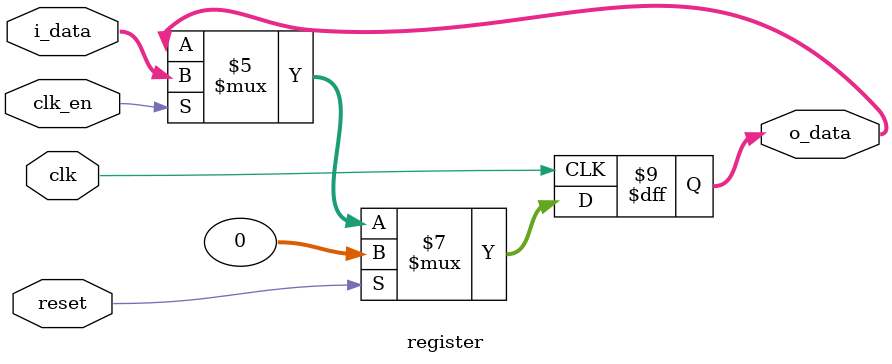
<source format=sv>
`timescale 1 ns / 1 ps

module register
  #(
    parameter WORD_WIDTH  = 32,
    parameter RESET_VALUE = 0
    )
    (
     input logic                   clk,
     input logic                   clk_en,
     input logic                   reset,
     input logic [WORD_WIDTH-1:0]  i_data,
     output logic [WORD_WIDTH-1:0] o_data
     );

    initial begin
        o_data = RESET_VALUE;
    end

    always_ff @(posedge clk) begin
        if (clk_en == 1'b1) begin
            o_data <= i_data;
        end

        if (reset == 1'b1) begin
            o_data <= RESET_VALUE;
        end
    end

`ifdef FORMAL
    logic	f_past_valid;

    initial begin
        f_past_valid = 0;
    end

    always @(posedge clk)
      f_past_valid <= 1;

    // test reset works
    always @(posedge clk)
      if (f_past_valid && $past(reset))
	assert(o_data == RESET_VALUE);

    // test if !clk_en, nothing changes
    always @(posedge clk)
      if (f_past_valid && !$past(clk_en) && !$past(reset))
        assert($stable(o_data));

    // test we logicister
    always @(posedge clk)
      if (f_past_valid && !$past(reset) && $past(clk_en))
        assert(o_data == $past(i_data));

`endif

endmodule

</source>
